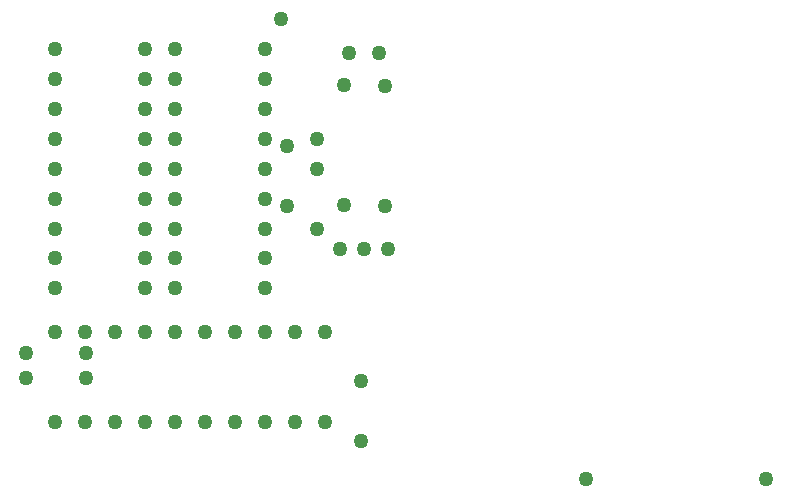
<source format=gbr>
*
G04 Gerber written by LinkCAD 5.8.2 Build 4535*
G04 Layer: SuperTAT_Drill_20100827a.gbr*
%FSLAX36Y36*%
%MOIN*%
%ADD10C,0.050000*%
%ADD11C,0.008000*%
%ADD12C,0.002000*%
G54D10*
X176000Y-292000D03*
X76000D03*
X-23000D03*
X-123000D03*
X-223000D03*
X-323000D03*
X-423000D03*
X-523000D03*
X-623000D03*
X-723000D03*
Y-592000D03*
X-623000D03*
X-523000D03*
X-423000D03*
X-323000D03*
X-223000D03*
X-123000D03*
X-23000D03*
X76000D03*
X176000D03*
X-323000Y652000D03*
Y552000D03*
Y452000D03*
Y352000D03*
Y252000D03*
Y152000D03*
Y52000D03*
Y-47000D03*
Y-147000D03*
X-23000D03*
Y-47000D03*
Y52000D03*
Y152000D03*
Y252000D03*
Y352000D03*
Y452000D03*
Y552000D03*
Y652000D03*
X-723000D03*
Y552000D03*
Y452000D03*
Y352000D03*
Y252000D03*
Y152000D03*
Y52000D03*
Y-47000D03*
Y-147000D03*
X-423000D03*
Y-47000D03*
Y52000D03*
Y152000D03*
Y252000D03*
Y352000D03*
Y452000D03*
Y552000D03*
Y652000D03*
X51000Y327000D03*
Y127000D03*
X151000Y252000D03*
Y52000D03*
Y352000D03*
X31000Y752000D03*
X226000Y-17000D03*
X306000D03*
X386000D03*
X376000Y527000D03*
Y127000D03*
X241000Y532000D03*
Y132000D03*
X356000Y637000D03*
X256000D03*
X296000Y-457000D03*
Y-657000D03*
X-618000Y-362000D03*
X-818000D03*
X-618000Y-447000D03*
X-818000D03*
X1047000Y-781000D03*
X1647000D03*
M02*

</source>
